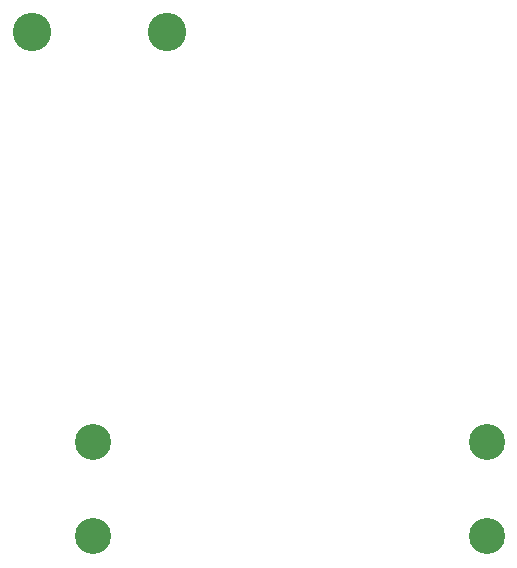
<source format=gbr>
%TF.GenerationSoftware,KiCad,Pcbnew,(5.1.9)-1*%
%TF.CreationDate,2021-06-09T13:11:03-04:00*%
%TF.ProjectId,encoder signal conditioner_rev7,656e636f-6465-4722-9073-69676e616c20,rev?*%
%TF.SameCoordinates,Original*%
%TF.FileFunction,NonPlated,1,4,NPTH,Drill*%
%TF.FilePolarity,Positive*%
%FSLAX46Y46*%
G04 Gerber Fmt 4.6, Leading zero omitted, Abs format (unit mm)*
G04 Created by KiCad (PCBNEW (5.1.9)-1) date 2021-06-09 13:11:03*
%MOMM*%
%LPD*%
G01*
G04 APERTURE LIST*
%TA.AperFunction,ComponentDrill*%
%ADD10C,3.050000*%
%TD*%
%TA.AperFunction,ComponentDrill*%
%ADD11C,3.251200*%
%TD*%
G04 APERTURE END LIST*
D10*
%TO.C,U1*%
X110850540Y-114120400D03*
X110850540Y-122120400D03*
X144170540Y-114120400D03*
X144170540Y-122120400D03*
D11*
%TO.C,J1*%
X105638600Y-79451200D03*
X117068600Y-79451200D03*
M02*

</source>
